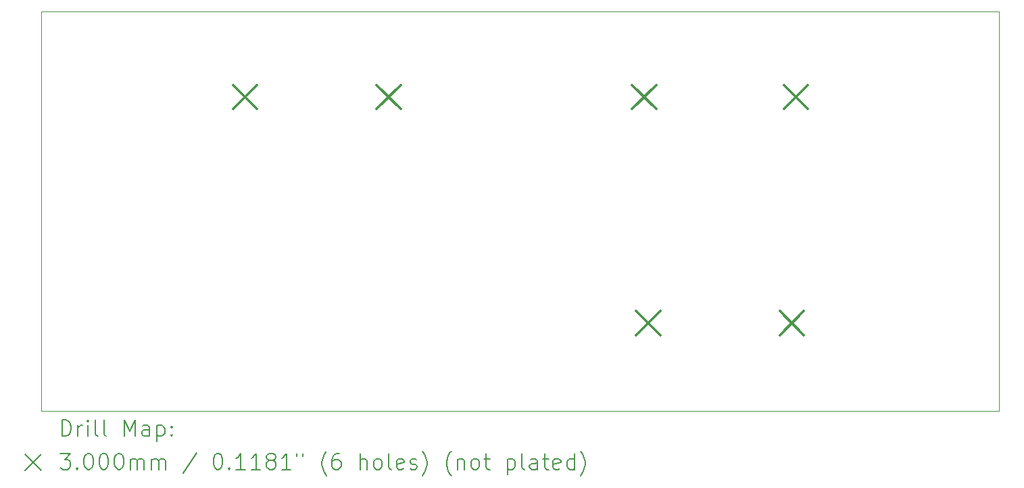
<source format=gbr>
%TF.GenerationSoftware,KiCad,Pcbnew,8.0.4*%
%TF.CreationDate,2024-11-13T20:22:53-08:00*%
%TF.ProjectId,Butterfly_v0,42757474-6572-4666-9c79-5f76302e6b69,rev?*%
%TF.SameCoordinates,Original*%
%TF.FileFunction,Drillmap*%
%TF.FilePolarity,Positive*%
%FSLAX45Y45*%
G04 Gerber Fmt 4.5, Leading zero omitted, Abs format (unit mm)*
G04 Created by KiCad (PCBNEW 8.0.4) date 2024-11-13 20:22:53*
%MOMM*%
%LPD*%
G01*
G04 APERTURE LIST*
%ADD10C,0.050000*%
%ADD11C,0.200000*%
%ADD12C,0.300000*%
G04 APERTURE END LIST*
D10*
X5000000Y-5000000D02*
X17000000Y-5000000D01*
X17000000Y-10000000D01*
X5000000Y-10000000D01*
X5000000Y-5000000D01*
D11*
D12*
X7400000Y-5918000D02*
X7700000Y-6218000D01*
X7700000Y-5918000D02*
X7400000Y-6218000D01*
X9200000Y-5918000D02*
X9500000Y-6218000D01*
X9500000Y-5918000D02*
X9200000Y-6218000D01*
X12400000Y-5918000D02*
X12700000Y-6218000D01*
X12700000Y-5918000D02*
X12400000Y-6218000D01*
X12450000Y-8750000D02*
X12750000Y-9050000D01*
X12750000Y-8750000D02*
X12450000Y-9050000D01*
X14250000Y-8750000D02*
X14550000Y-9050000D01*
X14550000Y-8750000D02*
X14250000Y-9050000D01*
X14300000Y-5918000D02*
X14600000Y-6218000D01*
X14600000Y-5918000D02*
X14300000Y-6218000D01*
D11*
X5258277Y-10313984D02*
X5258277Y-10113984D01*
X5258277Y-10113984D02*
X5305896Y-10113984D01*
X5305896Y-10113984D02*
X5334467Y-10123508D01*
X5334467Y-10123508D02*
X5353515Y-10142555D01*
X5353515Y-10142555D02*
X5363039Y-10161603D01*
X5363039Y-10161603D02*
X5372563Y-10199698D01*
X5372563Y-10199698D02*
X5372563Y-10228270D01*
X5372563Y-10228270D02*
X5363039Y-10266365D01*
X5363039Y-10266365D02*
X5353515Y-10285412D01*
X5353515Y-10285412D02*
X5334467Y-10304460D01*
X5334467Y-10304460D02*
X5305896Y-10313984D01*
X5305896Y-10313984D02*
X5258277Y-10313984D01*
X5458277Y-10313984D02*
X5458277Y-10180650D01*
X5458277Y-10218746D02*
X5467801Y-10199698D01*
X5467801Y-10199698D02*
X5477324Y-10190174D01*
X5477324Y-10190174D02*
X5496372Y-10180650D01*
X5496372Y-10180650D02*
X5515420Y-10180650D01*
X5582086Y-10313984D02*
X5582086Y-10180650D01*
X5582086Y-10113984D02*
X5572563Y-10123508D01*
X5572563Y-10123508D02*
X5582086Y-10133031D01*
X5582086Y-10133031D02*
X5591610Y-10123508D01*
X5591610Y-10123508D02*
X5582086Y-10113984D01*
X5582086Y-10113984D02*
X5582086Y-10133031D01*
X5705896Y-10313984D02*
X5686848Y-10304460D01*
X5686848Y-10304460D02*
X5677324Y-10285412D01*
X5677324Y-10285412D02*
X5677324Y-10113984D01*
X5810658Y-10313984D02*
X5791610Y-10304460D01*
X5791610Y-10304460D02*
X5782086Y-10285412D01*
X5782086Y-10285412D02*
X5782086Y-10113984D01*
X6039229Y-10313984D02*
X6039229Y-10113984D01*
X6039229Y-10113984D02*
X6105896Y-10256841D01*
X6105896Y-10256841D02*
X6172562Y-10113984D01*
X6172562Y-10113984D02*
X6172562Y-10313984D01*
X6353515Y-10313984D02*
X6353515Y-10209222D01*
X6353515Y-10209222D02*
X6343991Y-10190174D01*
X6343991Y-10190174D02*
X6324943Y-10180650D01*
X6324943Y-10180650D02*
X6286848Y-10180650D01*
X6286848Y-10180650D02*
X6267801Y-10190174D01*
X6353515Y-10304460D02*
X6334467Y-10313984D01*
X6334467Y-10313984D02*
X6286848Y-10313984D01*
X6286848Y-10313984D02*
X6267801Y-10304460D01*
X6267801Y-10304460D02*
X6258277Y-10285412D01*
X6258277Y-10285412D02*
X6258277Y-10266365D01*
X6258277Y-10266365D02*
X6267801Y-10247317D01*
X6267801Y-10247317D02*
X6286848Y-10237793D01*
X6286848Y-10237793D02*
X6334467Y-10237793D01*
X6334467Y-10237793D02*
X6353515Y-10228270D01*
X6448753Y-10180650D02*
X6448753Y-10380650D01*
X6448753Y-10190174D02*
X6467801Y-10180650D01*
X6467801Y-10180650D02*
X6505896Y-10180650D01*
X6505896Y-10180650D02*
X6524943Y-10190174D01*
X6524943Y-10190174D02*
X6534467Y-10199698D01*
X6534467Y-10199698D02*
X6543991Y-10218746D01*
X6543991Y-10218746D02*
X6543991Y-10275889D01*
X6543991Y-10275889D02*
X6534467Y-10294936D01*
X6534467Y-10294936D02*
X6524943Y-10304460D01*
X6524943Y-10304460D02*
X6505896Y-10313984D01*
X6505896Y-10313984D02*
X6467801Y-10313984D01*
X6467801Y-10313984D02*
X6448753Y-10304460D01*
X6629705Y-10294936D02*
X6639229Y-10304460D01*
X6639229Y-10304460D02*
X6629705Y-10313984D01*
X6629705Y-10313984D02*
X6620182Y-10304460D01*
X6620182Y-10304460D02*
X6629705Y-10294936D01*
X6629705Y-10294936D02*
X6629705Y-10313984D01*
X6629705Y-10190174D02*
X6639229Y-10199698D01*
X6639229Y-10199698D02*
X6629705Y-10209222D01*
X6629705Y-10209222D02*
X6620182Y-10199698D01*
X6620182Y-10199698D02*
X6629705Y-10190174D01*
X6629705Y-10190174D02*
X6629705Y-10209222D01*
X4797500Y-10542500D02*
X4997500Y-10742500D01*
X4997500Y-10542500D02*
X4797500Y-10742500D01*
X5239229Y-10533984D02*
X5363039Y-10533984D01*
X5363039Y-10533984D02*
X5296372Y-10610174D01*
X5296372Y-10610174D02*
X5324944Y-10610174D01*
X5324944Y-10610174D02*
X5343991Y-10619698D01*
X5343991Y-10619698D02*
X5353515Y-10629222D01*
X5353515Y-10629222D02*
X5363039Y-10648270D01*
X5363039Y-10648270D02*
X5363039Y-10695889D01*
X5363039Y-10695889D02*
X5353515Y-10714936D01*
X5353515Y-10714936D02*
X5343991Y-10724460D01*
X5343991Y-10724460D02*
X5324944Y-10733984D01*
X5324944Y-10733984D02*
X5267801Y-10733984D01*
X5267801Y-10733984D02*
X5248753Y-10724460D01*
X5248753Y-10724460D02*
X5239229Y-10714936D01*
X5448753Y-10714936D02*
X5458277Y-10724460D01*
X5458277Y-10724460D02*
X5448753Y-10733984D01*
X5448753Y-10733984D02*
X5439229Y-10724460D01*
X5439229Y-10724460D02*
X5448753Y-10714936D01*
X5448753Y-10714936D02*
X5448753Y-10733984D01*
X5582086Y-10533984D02*
X5601134Y-10533984D01*
X5601134Y-10533984D02*
X5620182Y-10543508D01*
X5620182Y-10543508D02*
X5629705Y-10553031D01*
X5629705Y-10553031D02*
X5639229Y-10572079D01*
X5639229Y-10572079D02*
X5648753Y-10610174D01*
X5648753Y-10610174D02*
X5648753Y-10657793D01*
X5648753Y-10657793D02*
X5639229Y-10695889D01*
X5639229Y-10695889D02*
X5629705Y-10714936D01*
X5629705Y-10714936D02*
X5620182Y-10724460D01*
X5620182Y-10724460D02*
X5601134Y-10733984D01*
X5601134Y-10733984D02*
X5582086Y-10733984D01*
X5582086Y-10733984D02*
X5563039Y-10724460D01*
X5563039Y-10724460D02*
X5553515Y-10714936D01*
X5553515Y-10714936D02*
X5543991Y-10695889D01*
X5543991Y-10695889D02*
X5534467Y-10657793D01*
X5534467Y-10657793D02*
X5534467Y-10610174D01*
X5534467Y-10610174D02*
X5543991Y-10572079D01*
X5543991Y-10572079D02*
X5553515Y-10553031D01*
X5553515Y-10553031D02*
X5563039Y-10543508D01*
X5563039Y-10543508D02*
X5582086Y-10533984D01*
X5772562Y-10533984D02*
X5791610Y-10533984D01*
X5791610Y-10533984D02*
X5810658Y-10543508D01*
X5810658Y-10543508D02*
X5820182Y-10553031D01*
X5820182Y-10553031D02*
X5829705Y-10572079D01*
X5829705Y-10572079D02*
X5839229Y-10610174D01*
X5839229Y-10610174D02*
X5839229Y-10657793D01*
X5839229Y-10657793D02*
X5829705Y-10695889D01*
X5829705Y-10695889D02*
X5820182Y-10714936D01*
X5820182Y-10714936D02*
X5810658Y-10724460D01*
X5810658Y-10724460D02*
X5791610Y-10733984D01*
X5791610Y-10733984D02*
X5772562Y-10733984D01*
X5772562Y-10733984D02*
X5753515Y-10724460D01*
X5753515Y-10724460D02*
X5743991Y-10714936D01*
X5743991Y-10714936D02*
X5734467Y-10695889D01*
X5734467Y-10695889D02*
X5724943Y-10657793D01*
X5724943Y-10657793D02*
X5724943Y-10610174D01*
X5724943Y-10610174D02*
X5734467Y-10572079D01*
X5734467Y-10572079D02*
X5743991Y-10553031D01*
X5743991Y-10553031D02*
X5753515Y-10543508D01*
X5753515Y-10543508D02*
X5772562Y-10533984D01*
X5963039Y-10533984D02*
X5982086Y-10533984D01*
X5982086Y-10533984D02*
X6001134Y-10543508D01*
X6001134Y-10543508D02*
X6010658Y-10553031D01*
X6010658Y-10553031D02*
X6020182Y-10572079D01*
X6020182Y-10572079D02*
X6029705Y-10610174D01*
X6029705Y-10610174D02*
X6029705Y-10657793D01*
X6029705Y-10657793D02*
X6020182Y-10695889D01*
X6020182Y-10695889D02*
X6010658Y-10714936D01*
X6010658Y-10714936D02*
X6001134Y-10724460D01*
X6001134Y-10724460D02*
X5982086Y-10733984D01*
X5982086Y-10733984D02*
X5963039Y-10733984D01*
X5963039Y-10733984D02*
X5943991Y-10724460D01*
X5943991Y-10724460D02*
X5934467Y-10714936D01*
X5934467Y-10714936D02*
X5924943Y-10695889D01*
X5924943Y-10695889D02*
X5915420Y-10657793D01*
X5915420Y-10657793D02*
X5915420Y-10610174D01*
X5915420Y-10610174D02*
X5924943Y-10572079D01*
X5924943Y-10572079D02*
X5934467Y-10553031D01*
X5934467Y-10553031D02*
X5943991Y-10543508D01*
X5943991Y-10543508D02*
X5963039Y-10533984D01*
X6115420Y-10733984D02*
X6115420Y-10600650D01*
X6115420Y-10619698D02*
X6124943Y-10610174D01*
X6124943Y-10610174D02*
X6143991Y-10600650D01*
X6143991Y-10600650D02*
X6172563Y-10600650D01*
X6172563Y-10600650D02*
X6191610Y-10610174D01*
X6191610Y-10610174D02*
X6201134Y-10629222D01*
X6201134Y-10629222D02*
X6201134Y-10733984D01*
X6201134Y-10629222D02*
X6210658Y-10610174D01*
X6210658Y-10610174D02*
X6229705Y-10600650D01*
X6229705Y-10600650D02*
X6258277Y-10600650D01*
X6258277Y-10600650D02*
X6277324Y-10610174D01*
X6277324Y-10610174D02*
X6286848Y-10629222D01*
X6286848Y-10629222D02*
X6286848Y-10733984D01*
X6382086Y-10733984D02*
X6382086Y-10600650D01*
X6382086Y-10619698D02*
X6391610Y-10610174D01*
X6391610Y-10610174D02*
X6410658Y-10600650D01*
X6410658Y-10600650D02*
X6439229Y-10600650D01*
X6439229Y-10600650D02*
X6458277Y-10610174D01*
X6458277Y-10610174D02*
X6467801Y-10629222D01*
X6467801Y-10629222D02*
X6467801Y-10733984D01*
X6467801Y-10629222D02*
X6477324Y-10610174D01*
X6477324Y-10610174D02*
X6496372Y-10600650D01*
X6496372Y-10600650D02*
X6524943Y-10600650D01*
X6524943Y-10600650D02*
X6543991Y-10610174D01*
X6543991Y-10610174D02*
X6553515Y-10629222D01*
X6553515Y-10629222D02*
X6553515Y-10733984D01*
X6943991Y-10524460D02*
X6772563Y-10781603D01*
X7201134Y-10533984D02*
X7220182Y-10533984D01*
X7220182Y-10533984D02*
X7239229Y-10543508D01*
X7239229Y-10543508D02*
X7248753Y-10553031D01*
X7248753Y-10553031D02*
X7258277Y-10572079D01*
X7258277Y-10572079D02*
X7267801Y-10610174D01*
X7267801Y-10610174D02*
X7267801Y-10657793D01*
X7267801Y-10657793D02*
X7258277Y-10695889D01*
X7258277Y-10695889D02*
X7248753Y-10714936D01*
X7248753Y-10714936D02*
X7239229Y-10724460D01*
X7239229Y-10724460D02*
X7220182Y-10733984D01*
X7220182Y-10733984D02*
X7201134Y-10733984D01*
X7201134Y-10733984D02*
X7182086Y-10724460D01*
X7182086Y-10724460D02*
X7172563Y-10714936D01*
X7172563Y-10714936D02*
X7163039Y-10695889D01*
X7163039Y-10695889D02*
X7153515Y-10657793D01*
X7153515Y-10657793D02*
X7153515Y-10610174D01*
X7153515Y-10610174D02*
X7163039Y-10572079D01*
X7163039Y-10572079D02*
X7172563Y-10553031D01*
X7172563Y-10553031D02*
X7182086Y-10543508D01*
X7182086Y-10543508D02*
X7201134Y-10533984D01*
X7353515Y-10714936D02*
X7363039Y-10724460D01*
X7363039Y-10724460D02*
X7353515Y-10733984D01*
X7353515Y-10733984D02*
X7343991Y-10724460D01*
X7343991Y-10724460D02*
X7353515Y-10714936D01*
X7353515Y-10714936D02*
X7353515Y-10733984D01*
X7553515Y-10733984D02*
X7439229Y-10733984D01*
X7496372Y-10733984D02*
X7496372Y-10533984D01*
X7496372Y-10533984D02*
X7477325Y-10562555D01*
X7477325Y-10562555D02*
X7458277Y-10581603D01*
X7458277Y-10581603D02*
X7439229Y-10591127D01*
X7743991Y-10733984D02*
X7629706Y-10733984D01*
X7686848Y-10733984D02*
X7686848Y-10533984D01*
X7686848Y-10533984D02*
X7667801Y-10562555D01*
X7667801Y-10562555D02*
X7648753Y-10581603D01*
X7648753Y-10581603D02*
X7629706Y-10591127D01*
X7858277Y-10619698D02*
X7839229Y-10610174D01*
X7839229Y-10610174D02*
X7829706Y-10600650D01*
X7829706Y-10600650D02*
X7820182Y-10581603D01*
X7820182Y-10581603D02*
X7820182Y-10572079D01*
X7820182Y-10572079D02*
X7829706Y-10553031D01*
X7829706Y-10553031D02*
X7839229Y-10543508D01*
X7839229Y-10543508D02*
X7858277Y-10533984D01*
X7858277Y-10533984D02*
X7896372Y-10533984D01*
X7896372Y-10533984D02*
X7915420Y-10543508D01*
X7915420Y-10543508D02*
X7924944Y-10553031D01*
X7924944Y-10553031D02*
X7934467Y-10572079D01*
X7934467Y-10572079D02*
X7934467Y-10581603D01*
X7934467Y-10581603D02*
X7924944Y-10600650D01*
X7924944Y-10600650D02*
X7915420Y-10610174D01*
X7915420Y-10610174D02*
X7896372Y-10619698D01*
X7896372Y-10619698D02*
X7858277Y-10619698D01*
X7858277Y-10619698D02*
X7839229Y-10629222D01*
X7839229Y-10629222D02*
X7829706Y-10638746D01*
X7829706Y-10638746D02*
X7820182Y-10657793D01*
X7820182Y-10657793D02*
X7820182Y-10695889D01*
X7820182Y-10695889D02*
X7829706Y-10714936D01*
X7829706Y-10714936D02*
X7839229Y-10724460D01*
X7839229Y-10724460D02*
X7858277Y-10733984D01*
X7858277Y-10733984D02*
X7896372Y-10733984D01*
X7896372Y-10733984D02*
X7915420Y-10724460D01*
X7915420Y-10724460D02*
X7924944Y-10714936D01*
X7924944Y-10714936D02*
X7934467Y-10695889D01*
X7934467Y-10695889D02*
X7934467Y-10657793D01*
X7934467Y-10657793D02*
X7924944Y-10638746D01*
X7924944Y-10638746D02*
X7915420Y-10629222D01*
X7915420Y-10629222D02*
X7896372Y-10619698D01*
X8124944Y-10733984D02*
X8010658Y-10733984D01*
X8067801Y-10733984D02*
X8067801Y-10533984D01*
X8067801Y-10533984D02*
X8048753Y-10562555D01*
X8048753Y-10562555D02*
X8029706Y-10581603D01*
X8029706Y-10581603D02*
X8010658Y-10591127D01*
X8201134Y-10533984D02*
X8201134Y-10572079D01*
X8277325Y-10533984D02*
X8277325Y-10572079D01*
X8572563Y-10810174D02*
X8563039Y-10800650D01*
X8563039Y-10800650D02*
X8543991Y-10772079D01*
X8543991Y-10772079D02*
X8534468Y-10753031D01*
X8534468Y-10753031D02*
X8524944Y-10724460D01*
X8524944Y-10724460D02*
X8515420Y-10676841D01*
X8515420Y-10676841D02*
X8515420Y-10638746D01*
X8515420Y-10638746D02*
X8524944Y-10591127D01*
X8524944Y-10591127D02*
X8534468Y-10562555D01*
X8534468Y-10562555D02*
X8543991Y-10543508D01*
X8543991Y-10543508D02*
X8563039Y-10514936D01*
X8563039Y-10514936D02*
X8572563Y-10505412D01*
X8734468Y-10533984D02*
X8696372Y-10533984D01*
X8696372Y-10533984D02*
X8677325Y-10543508D01*
X8677325Y-10543508D02*
X8667801Y-10553031D01*
X8667801Y-10553031D02*
X8648753Y-10581603D01*
X8648753Y-10581603D02*
X8639230Y-10619698D01*
X8639230Y-10619698D02*
X8639230Y-10695889D01*
X8639230Y-10695889D02*
X8648753Y-10714936D01*
X8648753Y-10714936D02*
X8658277Y-10724460D01*
X8658277Y-10724460D02*
X8677325Y-10733984D01*
X8677325Y-10733984D02*
X8715420Y-10733984D01*
X8715420Y-10733984D02*
X8734468Y-10724460D01*
X8734468Y-10724460D02*
X8743991Y-10714936D01*
X8743991Y-10714936D02*
X8753515Y-10695889D01*
X8753515Y-10695889D02*
X8753515Y-10648270D01*
X8753515Y-10648270D02*
X8743991Y-10629222D01*
X8743991Y-10629222D02*
X8734468Y-10619698D01*
X8734468Y-10619698D02*
X8715420Y-10610174D01*
X8715420Y-10610174D02*
X8677325Y-10610174D01*
X8677325Y-10610174D02*
X8658277Y-10619698D01*
X8658277Y-10619698D02*
X8648753Y-10629222D01*
X8648753Y-10629222D02*
X8639230Y-10648270D01*
X8991611Y-10733984D02*
X8991611Y-10533984D01*
X9077325Y-10733984D02*
X9077325Y-10629222D01*
X9077325Y-10629222D02*
X9067801Y-10610174D01*
X9067801Y-10610174D02*
X9048753Y-10600650D01*
X9048753Y-10600650D02*
X9020182Y-10600650D01*
X9020182Y-10600650D02*
X9001134Y-10610174D01*
X9001134Y-10610174D02*
X8991611Y-10619698D01*
X9201134Y-10733984D02*
X9182087Y-10724460D01*
X9182087Y-10724460D02*
X9172563Y-10714936D01*
X9172563Y-10714936D02*
X9163039Y-10695889D01*
X9163039Y-10695889D02*
X9163039Y-10638746D01*
X9163039Y-10638746D02*
X9172563Y-10619698D01*
X9172563Y-10619698D02*
X9182087Y-10610174D01*
X9182087Y-10610174D02*
X9201134Y-10600650D01*
X9201134Y-10600650D02*
X9229706Y-10600650D01*
X9229706Y-10600650D02*
X9248753Y-10610174D01*
X9248753Y-10610174D02*
X9258277Y-10619698D01*
X9258277Y-10619698D02*
X9267801Y-10638746D01*
X9267801Y-10638746D02*
X9267801Y-10695889D01*
X9267801Y-10695889D02*
X9258277Y-10714936D01*
X9258277Y-10714936D02*
X9248753Y-10724460D01*
X9248753Y-10724460D02*
X9229706Y-10733984D01*
X9229706Y-10733984D02*
X9201134Y-10733984D01*
X9382087Y-10733984D02*
X9363039Y-10724460D01*
X9363039Y-10724460D02*
X9353515Y-10705412D01*
X9353515Y-10705412D02*
X9353515Y-10533984D01*
X9534468Y-10724460D02*
X9515420Y-10733984D01*
X9515420Y-10733984D02*
X9477325Y-10733984D01*
X9477325Y-10733984D02*
X9458277Y-10724460D01*
X9458277Y-10724460D02*
X9448753Y-10705412D01*
X9448753Y-10705412D02*
X9448753Y-10629222D01*
X9448753Y-10629222D02*
X9458277Y-10610174D01*
X9458277Y-10610174D02*
X9477325Y-10600650D01*
X9477325Y-10600650D02*
X9515420Y-10600650D01*
X9515420Y-10600650D02*
X9534468Y-10610174D01*
X9534468Y-10610174D02*
X9543992Y-10629222D01*
X9543992Y-10629222D02*
X9543992Y-10648270D01*
X9543992Y-10648270D02*
X9448753Y-10667317D01*
X9620182Y-10724460D02*
X9639230Y-10733984D01*
X9639230Y-10733984D02*
X9677325Y-10733984D01*
X9677325Y-10733984D02*
X9696373Y-10724460D01*
X9696373Y-10724460D02*
X9705896Y-10705412D01*
X9705896Y-10705412D02*
X9705896Y-10695889D01*
X9705896Y-10695889D02*
X9696373Y-10676841D01*
X9696373Y-10676841D02*
X9677325Y-10667317D01*
X9677325Y-10667317D02*
X9648753Y-10667317D01*
X9648753Y-10667317D02*
X9629706Y-10657793D01*
X9629706Y-10657793D02*
X9620182Y-10638746D01*
X9620182Y-10638746D02*
X9620182Y-10629222D01*
X9620182Y-10629222D02*
X9629706Y-10610174D01*
X9629706Y-10610174D02*
X9648753Y-10600650D01*
X9648753Y-10600650D02*
X9677325Y-10600650D01*
X9677325Y-10600650D02*
X9696373Y-10610174D01*
X9772563Y-10810174D02*
X9782087Y-10800650D01*
X9782087Y-10800650D02*
X9801134Y-10772079D01*
X9801134Y-10772079D02*
X9810658Y-10753031D01*
X9810658Y-10753031D02*
X9820182Y-10724460D01*
X9820182Y-10724460D02*
X9829706Y-10676841D01*
X9829706Y-10676841D02*
X9829706Y-10638746D01*
X9829706Y-10638746D02*
X9820182Y-10591127D01*
X9820182Y-10591127D02*
X9810658Y-10562555D01*
X9810658Y-10562555D02*
X9801134Y-10543508D01*
X9801134Y-10543508D02*
X9782087Y-10514936D01*
X9782087Y-10514936D02*
X9772563Y-10505412D01*
X10134468Y-10810174D02*
X10124944Y-10800650D01*
X10124944Y-10800650D02*
X10105896Y-10772079D01*
X10105896Y-10772079D02*
X10096373Y-10753031D01*
X10096373Y-10753031D02*
X10086849Y-10724460D01*
X10086849Y-10724460D02*
X10077325Y-10676841D01*
X10077325Y-10676841D02*
X10077325Y-10638746D01*
X10077325Y-10638746D02*
X10086849Y-10591127D01*
X10086849Y-10591127D02*
X10096373Y-10562555D01*
X10096373Y-10562555D02*
X10105896Y-10543508D01*
X10105896Y-10543508D02*
X10124944Y-10514936D01*
X10124944Y-10514936D02*
X10134468Y-10505412D01*
X10210658Y-10600650D02*
X10210658Y-10733984D01*
X10210658Y-10619698D02*
X10220182Y-10610174D01*
X10220182Y-10610174D02*
X10239230Y-10600650D01*
X10239230Y-10600650D02*
X10267801Y-10600650D01*
X10267801Y-10600650D02*
X10286849Y-10610174D01*
X10286849Y-10610174D02*
X10296373Y-10629222D01*
X10296373Y-10629222D02*
X10296373Y-10733984D01*
X10420182Y-10733984D02*
X10401134Y-10724460D01*
X10401134Y-10724460D02*
X10391611Y-10714936D01*
X10391611Y-10714936D02*
X10382087Y-10695889D01*
X10382087Y-10695889D02*
X10382087Y-10638746D01*
X10382087Y-10638746D02*
X10391611Y-10619698D01*
X10391611Y-10619698D02*
X10401134Y-10610174D01*
X10401134Y-10610174D02*
X10420182Y-10600650D01*
X10420182Y-10600650D02*
X10448754Y-10600650D01*
X10448754Y-10600650D02*
X10467801Y-10610174D01*
X10467801Y-10610174D02*
X10477325Y-10619698D01*
X10477325Y-10619698D02*
X10486849Y-10638746D01*
X10486849Y-10638746D02*
X10486849Y-10695889D01*
X10486849Y-10695889D02*
X10477325Y-10714936D01*
X10477325Y-10714936D02*
X10467801Y-10724460D01*
X10467801Y-10724460D02*
X10448754Y-10733984D01*
X10448754Y-10733984D02*
X10420182Y-10733984D01*
X10543992Y-10600650D02*
X10620182Y-10600650D01*
X10572563Y-10533984D02*
X10572563Y-10705412D01*
X10572563Y-10705412D02*
X10582087Y-10724460D01*
X10582087Y-10724460D02*
X10601134Y-10733984D01*
X10601134Y-10733984D02*
X10620182Y-10733984D01*
X10839230Y-10600650D02*
X10839230Y-10800650D01*
X10839230Y-10610174D02*
X10858277Y-10600650D01*
X10858277Y-10600650D02*
X10896373Y-10600650D01*
X10896373Y-10600650D02*
X10915420Y-10610174D01*
X10915420Y-10610174D02*
X10924944Y-10619698D01*
X10924944Y-10619698D02*
X10934468Y-10638746D01*
X10934468Y-10638746D02*
X10934468Y-10695889D01*
X10934468Y-10695889D02*
X10924944Y-10714936D01*
X10924944Y-10714936D02*
X10915420Y-10724460D01*
X10915420Y-10724460D02*
X10896373Y-10733984D01*
X10896373Y-10733984D02*
X10858277Y-10733984D01*
X10858277Y-10733984D02*
X10839230Y-10724460D01*
X11048754Y-10733984D02*
X11029706Y-10724460D01*
X11029706Y-10724460D02*
X11020182Y-10705412D01*
X11020182Y-10705412D02*
X11020182Y-10533984D01*
X11210658Y-10733984D02*
X11210658Y-10629222D01*
X11210658Y-10629222D02*
X11201134Y-10610174D01*
X11201134Y-10610174D02*
X11182087Y-10600650D01*
X11182087Y-10600650D02*
X11143992Y-10600650D01*
X11143992Y-10600650D02*
X11124944Y-10610174D01*
X11210658Y-10724460D02*
X11191611Y-10733984D01*
X11191611Y-10733984D02*
X11143992Y-10733984D01*
X11143992Y-10733984D02*
X11124944Y-10724460D01*
X11124944Y-10724460D02*
X11115420Y-10705412D01*
X11115420Y-10705412D02*
X11115420Y-10686365D01*
X11115420Y-10686365D02*
X11124944Y-10667317D01*
X11124944Y-10667317D02*
X11143992Y-10657793D01*
X11143992Y-10657793D02*
X11191611Y-10657793D01*
X11191611Y-10657793D02*
X11210658Y-10648270D01*
X11277325Y-10600650D02*
X11353515Y-10600650D01*
X11305896Y-10533984D02*
X11305896Y-10705412D01*
X11305896Y-10705412D02*
X11315420Y-10724460D01*
X11315420Y-10724460D02*
X11334468Y-10733984D01*
X11334468Y-10733984D02*
X11353515Y-10733984D01*
X11496373Y-10724460D02*
X11477325Y-10733984D01*
X11477325Y-10733984D02*
X11439230Y-10733984D01*
X11439230Y-10733984D02*
X11420182Y-10724460D01*
X11420182Y-10724460D02*
X11410658Y-10705412D01*
X11410658Y-10705412D02*
X11410658Y-10629222D01*
X11410658Y-10629222D02*
X11420182Y-10610174D01*
X11420182Y-10610174D02*
X11439230Y-10600650D01*
X11439230Y-10600650D02*
X11477325Y-10600650D01*
X11477325Y-10600650D02*
X11496373Y-10610174D01*
X11496373Y-10610174D02*
X11505896Y-10629222D01*
X11505896Y-10629222D02*
X11505896Y-10648270D01*
X11505896Y-10648270D02*
X11410658Y-10667317D01*
X11677325Y-10733984D02*
X11677325Y-10533984D01*
X11677325Y-10724460D02*
X11658277Y-10733984D01*
X11658277Y-10733984D02*
X11620182Y-10733984D01*
X11620182Y-10733984D02*
X11601134Y-10724460D01*
X11601134Y-10724460D02*
X11591611Y-10714936D01*
X11591611Y-10714936D02*
X11582087Y-10695889D01*
X11582087Y-10695889D02*
X11582087Y-10638746D01*
X11582087Y-10638746D02*
X11591611Y-10619698D01*
X11591611Y-10619698D02*
X11601134Y-10610174D01*
X11601134Y-10610174D02*
X11620182Y-10600650D01*
X11620182Y-10600650D02*
X11658277Y-10600650D01*
X11658277Y-10600650D02*
X11677325Y-10610174D01*
X11753515Y-10810174D02*
X11763039Y-10800650D01*
X11763039Y-10800650D02*
X11782087Y-10772079D01*
X11782087Y-10772079D02*
X11791611Y-10753031D01*
X11791611Y-10753031D02*
X11801134Y-10724460D01*
X11801134Y-10724460D02*
X11810658Y-10676841D01*
X11810658Y-10676841D02*
X11810658Y-10638746D01*
X11810658Y-10638746D02*
X11801134Y-10591127D01*
X11801134Y-10591127D02*
X11791611Y-10562555D01*
X11791611Y-10562555D02*
X11782087Y-10543508D01*
X11782087Y-10543508D02*
X11763039Y-10514936D01*
X11763039Y-10514936D02*
X11753515Y-10505412D01*
M02*

</source>
